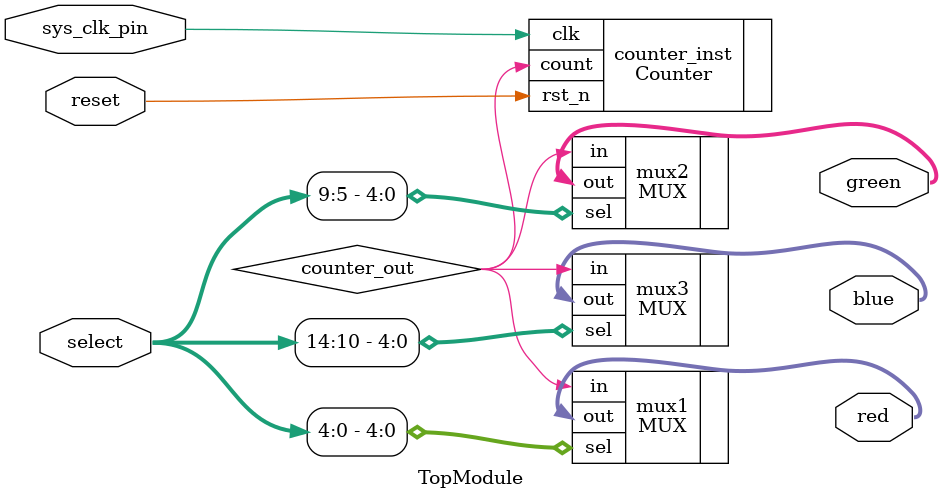
<source format=v>
`timescale 1ns / 1ps

module TopModule #(
    parameter WIDTH = 32,
    parameter SELECT = $clog2(WIDTH)*3,
    parameter CHANNEL = WIDTH/3
    ) (
        input sys_clk_pin,
        input reset, 
        input [SELECT-1:0] select,
        output [CHANNEL-1:0] red,
        output [CHANNEL-1:0] green,
        output [CHANNEL-1:0] blue
    );

    wire counter_out;
    Counter #(.WIDTH(WIDTH)) counter_inst (
        .clk(sys_clk_pin),
        .rst_n(reset),
        .count(counter_out)
    );

    MUX #(.width(WIDTH), .sel_width(SELECT/3)) mux1 (
        .in(counter_out),
        .sel(select[(SELECT/3)-1:0]),
        .out(red)
    );

    MUX #(.width(WIDTH), .sel_width(SELECT/3)) mux2 (
        .in(counter_out),
        .sel(select[2*(SELECT/3)-1:(SELECT/3)]),
        .out(green)
    );

    MUX #(.width(WIDTH), .sel_width(SELECT/3)) mux3 (
        .in(counter_out),
        .sel(select[SELECT-1:2*(SELECT/3)]),
        .out(blue)
    );

endmodule

</source>
